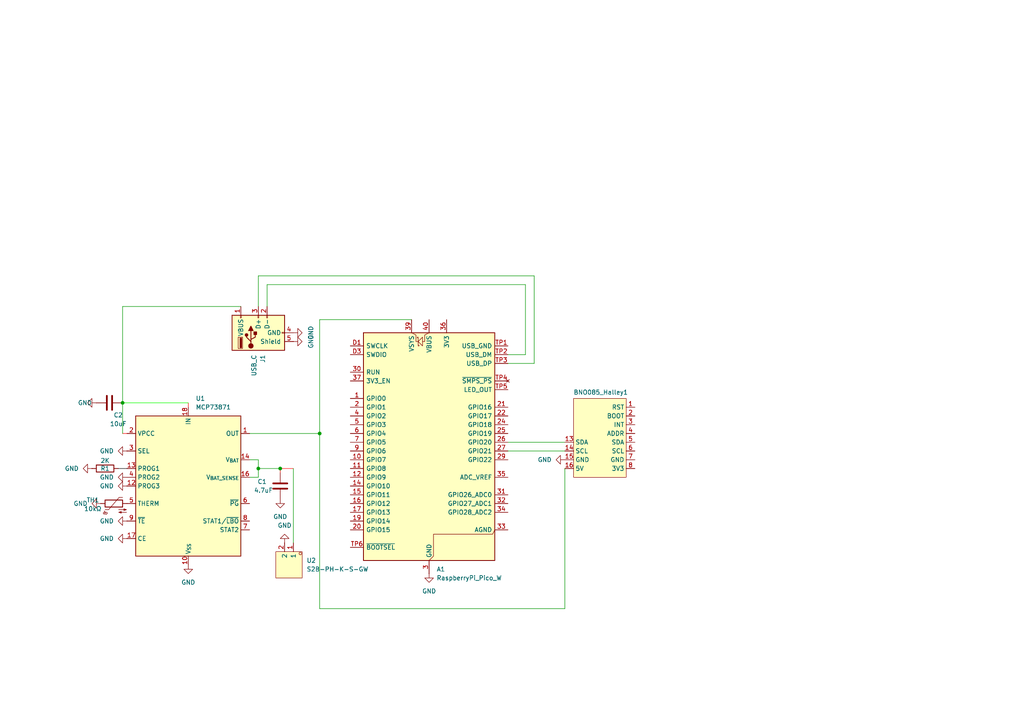
<source format=kicad_sch>
(kicad_sch (version 20250114) (generator "eeschema") (generator_version "9.0")
  (paper "A4")
  (lib_symbols
    (symbol "Battery_Management:MCP73871"
      (property "Reference" "U" (at -7.62 24.13 0))
      (property "Value" "MCP73871" (at -15.24 21.59 0))
      (symbol "MCP73871_0_1"
        (rectangle (start -15.24 20.32) (end 15.24 -20.32) (stroke (width 0.254)) (fill (type background)))
      )
      (symbol "MCP73871_1_1"
        (pin input line (at -17.78 15.24 0) (length 2.54) (name "VPCC") (number "2"))
        (pin input line (at -17.78 10.16 0) (length 2.54) (name "SEL") (number "3"))
        (pin bidirectional line (at -17.78 5.08 0) (length 2.54) (name "PROG1") (number "13"))
        (pin input line (at -17.78 2.54 0) (length 2.54) (name "PROG2") (number "4"))
        (pin bidirectional line (at -17.78 0 0) (length 2.54) (name "PROG3") (number "12"))
        (pin bidirectional line (at -17.78 -5.08 0) (length 2.54) (name "THERM") (number "5"))
        (pin input line (at -17.78 -10.16 0) (length 2.54) (name "~{TE}") (number "9"))
        (pin input line (at -17.78 -15.24 0) (length 2.54) (name "CE") (number "17"))
        (pin power_in line (at 0 22.86 270) (length 2.54) (name "IN") (number "18"))
        (pin passive line (at 0 22.86 270) (length 2.54) (hide yes) (name "IN") (number "19"))
        (pin power_in line (at 0 -22.86 90) (length 2.54) (name "V_{SS}") (number "10"))
        (pin passive line (at 0 -22.86 90) (length 2.54) (hide yes) (name "V_{SS}") (number "11"))
        (pin passive line (at 0 -22.86 90) (length 2.54) (hide yes) (name "V_{SS}") (number "21"))
        (pin power_out line (at 17.78 15.24 180) (length 2.54) (name "OUT") (number "1"))
        (pin passive line (at 17.78 15.24 180) (length 2.54) (hide yes) (name "OUT") (number "20"))
        (pin power_out line (at 17.78 7.62 180) (length 2.54) (name "V_{BAT}") (number "14"))
        (pin passive line (at 17.78 7.62 180) (length 2.54) (hide yes) (name "V_{BAT}") (number "15"))
        (pin input line (at 17.78 2.54 180) (length 2.54) (name "V_{BAT_SENSE}") (number "16"))
        (pin open_collector line (at 17.78 -5.08 180) (length 2.54) (name "~{PG}") (number "6"))
        (pin open_collector line (at 17.78 -10.16 180) (length 2.54) (name "STAT1/~{LBO}") (number "8"))
        (pin open_collector line (at 17.78 -12.7 180) (length 2.54) (name "STAT2") (number "7"))
      )
    )
    (symbol "Connector:USB_A" (pin_names (offset 1.016))
      (property "Reference" "J" (at -5.08 11.43 0))
      (property "Value" "USB_A" (at -5.08 8.89 0))
      (symbol "USB_A_0_1"
        (rectangle (start -5.08 -7.62) (end 5.08 7.62) (stroke (width 0.254)) (fill (type background)))
        (circle (center -3.81 2.159) (radius 0.635) (stroke (width 0.254)) (fill (type outline)))
        (polyline (pts (xy -3.175 2.159) (xy -2.54 2.159) (xy -1.27 3.429) (xy -0.635 3.429)) (stroke (width 0.254)))
        (polyline (pts (xy -2.54 2.159) (xy -1.905 2.159) (xy -1.27 0.889) (xy 0 0.889)) (stroke (width 0.254)))
        (rectangle (start -1.524 4.826) (end -4.318 5.334) (fill (type outline)))
        (rectangle (start -1.27 4.572) (end -4.572 5.842))
        (circle (center -0.635 3.429) (radius 0.381) (stroke (width 0.254)) (fill (type outline)))
        (rectangle (start -0.127 -7.62) (end 0.127 -6.858))
        (rectangle (start 0.254 1.27) (end -0.508 0.508) (stroke (width 0.254)) (fill (type outline)))
        (polyline (pts (xy 0.635 2.794) (xy 0.635 1.524) (xy 1.905 2.159) (xy 0.635 2.794)) (stroke (width 0.254)) (fill (type outline)))
        (rectangle (start 5.08 4.953) (end 4.318 5.207))
        (rectangle (start 5.08 -0.127) (end 4.318 0.127))
        (rectangle (start 5.08 -2.667) (end 4.318 -2.413))
      )
      (symbol "USB_A_1_1"
        (polyline (pts (xy -1.905 2.159) (xy 0.635 2.159)) (stroke (width 0.254)))
        (pin passive line (at -2.54 -10.16 90) (length 2.54) (name "Shield") (number "5"))
        (pin power_in line (at 0 -10.16 90) (length 2.54) (name "GND") (number "4"))
        (pin power_in line (at 7.62 5.08 180) (length 2.54) (name "VBUS") (number "1"))
        (pin bidirectional line (at 7.62 0 180) (length 2.54) (name "D+") (number "3"))
        (pin bidirectional line (at 7.62 -2.54 180) (length 2.54) (name "D-") (number "2"))
      )
    )
    (symbol "Device:C" (pin_numbers (hide yes)) (pin_names (offset 0.254))
      (property "Reference" "C" (at 0.635 2.54 0))
      (property "Value" "C" (at 0.635 -2.54 0))
      (symbol "C_0_1"
        (polyline (pts (xy -2.032 0.762) (xy 2.032 0.762)) (stroke (width 0.508)))
        (polyline (pts (xy -2.032 -0.762) (xy 2.032 -0.762)) (stroke (width 0.508)))
      )
      (symbol "C_1_1"
        (pin passive line (at 0 3.81 270) (length 2.794) (name "~") (number "1"))
        (pin passive line (at 0 -3.81 90) (length 2.794) (name "~") (number "2"))
      )
    )
    (symbol "Device:R" (pin_numbers (hide yes)) (pin_names (offset 0))
      (property "Reference" "R" (at 2.032 0 90))
      (property "Value" "R" (at 0 0 90))
      (symbol "R_0_1"
        (rectangle (start -1.016 -2.54) (end 1.016 2.54) (stroke (width 0.254)))
      )
      (symbol "R_1_1"
        (pin passive line (at 0 3.81 270) (length 1.27) (name "~") (number "1"))
        (pin passive line (at 0 -3.81 90) (length 1.27) (name "~") (number "2"))
      )
    )
    (symbol "Device:Thermistor_NTC" (pin_numbers (hide yes)) (pin_names (offset 0))
      (property "Reference" "TH" (at -4.445 0 90))
      (property "Value" "Thermistor_NTC" (at 3.175 0 90))
      (symbol "Thermistor_NTC_0_1"
        (arc (start -3.175 2.413) (mid -3.0506 2.3165) (end -3.048 2.159))
        (arc (start -3.048 2.794) (mid -2.9736 2.9736) (end -2.794 3.048))
        (arc (start -2.794 3.048) (mid -2.6144 2.9736) (end -2.54 2.794))
        (arc (start -2.794 2.54) (mid -2.9736 2.6144) (end -3.048 2.794))
        (arc (start -2.794 1.905) (mid -2.9736 1.9794) (end -3.048 2.159))
        (arc (start -2.54 2.159) (mid -2.6144 1.9794) (end -2.794 1.905))
        (arc (start -2.159 2.794) (mid -2.434 2.5608) (end -2.794 2.54))
        (polyline (pts (xy -2.54 2.159) (xy -2.54 2.794)))
        (polyline (pts (xy -2.54 -3.683) (xy -2.54 -1.397) (xy -2.794 -2.159) (xy -2.286 -2.159) (xy -2.54 -1.397) (xy -2.54 -1.651)) (fill (type outline)))
        (polyline (pts (xy -1.778 2.54) (xy -1.778 1.524) (xy 1.778 -1.524) (xy 1.778 -2.54)))
        (polyline (pts (xy -1.778 -1.397) (xy -1.778 -3.683) (xy -2.032 -2.921) (xy -1.524 -2.921) (xy -1.778 -3.683) (xy -1.778 -3.429)) (fill (type outline)))
        (rectangle (start -1.016 2.54) (end 1.016 -2.54) (stroke (width 0.254)))
      )
      (symbol "Thermistor_NTC_1_1"
        (pin passive line (at 0 3.81 270) (length 1.27) (name "~") (number "1"))
        (pin passive line (at 0 -3.81 90) (length 1.27) (name "~") (number "2"))
      )
    )
    (symbol "MCU_Module:RaspberryPi_Pico_W_Extensive" (pin_names (offset 0.762))
      (property "Reference" "A" (at -19.05 35.56 0))
      (property "Value" "RaspberryPi_Pico_W" (at 7.62 35.56 0))
      (symbol "RaspberryPi_Pico_W_Extensive_0_1"
        (rectangle (start -19.05 34.29) (end 19.05 -31.75) (stroke (width 0.254)) (fill (type background)))
        (polyline (pts (xy -5.08 34.29) (xy -3.81 33.655) (xy -3.81 31.75) (xy -3.175 31.75)))
        (polyline (pts (xy -3.429 32.766) (xy -3.429 33.02) (xy -3.175 33.02) (xy -3.175 30.48) (xy -2.921 30.48) (xy -2.921 30.734)))
        (polyline (pts (xy -3.175 31.75) (xy -1.905 33.02) (xy -1.905 30.48) (xy -3.175 31.75)))
        (polyline (pts (xy 0 34.29) (xy -1.27 33.655) (xy -1.27 31.75) (xy -1.905 31.75)))
        (polyline (pts (xy 0 -31.75) (xy 1.27 -30.48) (xy 1.27 -24.13) (xy 18.415 -24.13) (xy 19.05 -22.86)))
      )
      (symbol "RaspberryPi_Pico_W_Extensive_1_1"
        (pin input line (at -22.86 30.48 0) (length 3.81) (name "SWCLK") (number "D1"))
        (pin bidirectional line (at -22.86 27.94 0) (length 3.81) (name "SWDIO") (number "D3"))
        (pin passive line (at -22.86 22.86 0) (length 3.81) (name "RUN") (number "30"))
        (pin passive line (at -22.86 20.32 0) (length 3.81) (name "3V3_EN") (number "37"))
        (pin bidirectional line (at -22.86 15.24 0) (length 3.81) (name "GPIO0") (number "1"))
        (pin bidirectional line (at -22.86 12.7 0) (length 3.81) (name "GPIO1") (number "2"))
        (pin bidirectional line (at -22.86 10.16 0) (length 3.81) (name "GPIO2") (number "4"))
        (pin bidirectional line (at -22.86 7.62 0) (length 3.81) (name "GPIO3") (number "5"))
        (pin bidirectional line (at -22.86 5.08 0) (length 3.81) (name "GPIO4") (number "6"))
        (pin bidirectional line (at -22.86 2.54 0) (length 3.81) (name "GPIO5") (number "7"))
        (pin bidirectional line (at -22.86 0 0) (length 3.81) (name "GPIO6") (number "9"))
        (pin bidirectional line (at -22.86 -2.54 0) (length 3.81) (name "GPIO7") (number "10"))
        (pin bidirectional line (at -22.86 -5.08 0) (length 3.81) (name "GPIO8") (number "11"))
        (pin bidirectional line (at -22.86 -7.62 0) (length 3.81) (name "GPIO9") (number "12"))
        (pin bidirectional line (at -22.86 -10.16 0) (length 3.81) (name "GPIO10") (number "14"))
        (pin bidirectional line (at -22.86 -12.7 0) (length 3.81) (name "GPIO11") (number "15"))
        (pin bidirectional line (at -22.86 -15.24 0) (length 3.81) (name "GPIO12") (number "16"))
        (pin bidirectional line (at -22.86 -17.78 0) (length 3.81) (name "GPIO13") (number "17"))
        (pin bidirectional line (at -22.86 -20.32 0) (length 3.81) (name "GPIO14") (number "19"))
        (pin bidirectional line (at -22.86 -22.86 0) (length 3.81) (name "GPIO15") (number "20"))
        (pin input line (at -22.86 -27.94 0) (length 3.81) (name "~{BOOTSEL}") (number "TP6"))
        (pin power_in line (at -5.08 38.1 270) (length 3.81) (name "VSYS") (number "39"))
        (pin power_out line (at 0 38.1 270) (length 3.81) (name "VBUS") (number "40"))
        (pin passive line (at 0 -35.56 90) (length 3.81) (hide yes) (name "GND") (number "13"))
        (pin passive line (at 0 -35.56 90) (length 3.81) (hide yes) (name "GND") (number "18"))
        (pin passive line (at 0 -35.56 90) (length 3.81) (hide yes) (name "GND") (number "23"))
        (pin passive line (at 0 -35.56 90) (length 3.81) (hide yes) (name "GND") (number "28"))
        (pin power_out line (at 0 -35.56 90) (length 3.81) (name "GND") (number "3"))
        (pin passive line (at 0 -35.56 90) (length 3.81) (hide yes) (name "GND") (number "38"))
        (pin passive line (at 0 -35.56 90) (length 3.81) (hide yes) (name "GND") (number "8"))
        (pin passive line (at 0 -35.56 90) (length 3.81) (hide yes) (name "GND") (number "D2"))
        (pin power_out line (at 5.08 38.1 270) (length 3.81) (name "3V3") (number "36"))
        (pin power_out line (at 22.86 30.48 180) (length 3.81) (name "USB_GND") (number "TP1"))
        (pin bidirectional line (at 22.86 27.94 180) (length 3.81) (name "USB_DM") (number "TP2"))
        (pin bidirectional line (at 22.86 25.4 180) (length 3.81) (name "USB_DP") (number "TP3"))
        (pin no_connect line (at 22.86 20.32 180) (length 3.81) (name "~{SMPS_PS}") (number "TP4"))
        (pin output line (at 22.86 17.78 180) (length 3.81) (name "LED_OUT") (number "TP5"))
        (pin bidirectional line (at 22.86 12.7 180) (length 3.81) (name "GPIO16") (number "21"))
        (pin bidirectional line (at 22.86 10.16 180) (length 3.81) (name "GPIO17") (number "22"))
        (pin bidirectional line (at 22.86 7.62 180) (length 3.81) (name "GPIO18") (number "24"))
        (pin bidirectional line (at 22.86 5.08 180) (length 3.81) (name "GPIO19") (number "25"))
        (pin bidirectional line (at 22.86 2.54 180) (length 3.81) (name "GPIO20") (number "26"))
        (pin bidirectional line (at 22.86 0 180) (length 3.81) (name "GPIO21") (number "27"))
        (pin bidirectional line (at 22.86 -2.54 180) (length 3.81) (name "GPIO22") (number "29"))
        (pin power_in line (at 22.86 -7.62 180) (length 3.81) (name "ADC_VREF") (number "35"))
        (pin bidirectional line (at 22.86 -12.7 180) (length 3.81) (name "GPIO26_ADC0") (number "31"))
        (pin bidirectional line (at 22.86 -15.24 180) (length 3.81) (name "GPIO27_ADC1") (number "32"))
        (pin bidirectional line (at 22.86 -17.78 180) (length 3.81) (name "GPIO28_ADC2") (number "34"))
        (pin power_out line (at 22.86 -22.86 180) (length 3.81) (name "AGND") (number "33"))
      )
    )
    (symbol "PCM_JLCPCB_Connectors:S2B-PH-K-S-GW"
      (property "Reference" "U" (at 0 6.35 0))
      (property "Value" "S2B-PH-K-S-GW" (at 0 -6.35 0))
      (symbol "S2B-PH-K-S-GW_0_1"
        (rectangle (start -2.54 3.81) (end 5.08 -3.81) (fill (type background)))
        (circle (center -2.03 3.3) (radius 0.38))
        (pin unspecified line (at -5.08 1.27 0) (length 2.54) (name "1") (number "1"))
        (pin unspecified line (at -5.08 -1.27 0) (length 2.54) (name "2") (number "2"))
      )
    )
    (symbol "Project_Symbols:BNO085_Halley"
      (property "Reference" "BNO085_Halley1" (at 0.254 18.288 0))
      (symbol "BNO085_Halley_1_1"
        (rectangle (start -7.62 16.51) (end 7.62 -6.35) (fill (type background)))
        (pin input line (at -10.16 3.81 0) (length 2.54) (name "SDA") (number "13"))
        (pin input line (at -10.16 1.27 0) (length 2.54) (name "SCL") (number "14"))
        (pin input line (at -10.16 -1.27 0) (length 2.54) (name "GND") (number "15"))
        (pin input line (at -10.16 -3.81 0) (length 2.54) (name "5V") (number "16"))
        (pin input line (at 10.16 13.97 180) (length 2.54) (name "RST") (number "1"))
        (pin input line (at 10.16 11.43 180) (length 2.54) (name "BOOT") (number "2"))
        (pin input line (at 10.16 8.89 180) (length 2.54) (name "INT") (number "3"))
        (pin input line (at 10.16 6.35 180) (length 2.54) (name "ADDR") (number "4"))
        (pin input line (at 10.16 3.81 180) (length 2.54) (name "SDA") (number "5"))
        (pin input line (at 10.16 1.27 180) (length 2.54) (name "SCL") (number "6"))
        (pin input line (at 10.16 -1.27 180) (length 2.54) (name "GND") (number "7"))
        (pin input line (at 10.16 -3.81 180) (length 2.54) (name "3V3") (number "8"))
      )
    )
    (symbol "power:GND" (power) (pin_numbers (hide yes)) (pin_names (offset 0) (hide yes))
      (property "Value" "GND" (at 0 -3.81 0))
      (symbol "GND_0_1"
        (polyline (pts (xy 0 0) (xy 0 -1.27) (xy 1.27 -1.27) (xy 0 -2.54) (xy -1.27 -1.27) (xy 0 -1.27)))
      )
      (symbol "GND_1_1"
        (pin power_in line (at 0 0 270) (length 0) (name "~") (number "1"))
      )
    )
  )
  (junction (at 74.93 135.89))
  (junction (at 92.71 125.73))
  (junction (at 81.28 135.89))
  (junction (at 35.56 116.84))
  (wire (pts (xy 35.56 125.73) (xy 36.83 125.73)) (stroke (width 0) (color 255 0 0 1)))
  (wire (pts (xy 163.83 176.53) (xy 92.71 176.53)))
  (wire (pts (xy 34.29 135.89) (xy 36.83 135.89)) (stroke (width 0) (color 0 0 0 1)))
  (wire (pts (xy 147.32 130.81) (xy 163.83 130.81)))
  (wire (pts (xy 81.28 135.89) (xy 81.28 137.16)) (stroke (width 0) (color 255 0 0 1)))
  (wire (pts (xy 74.93 135.89) (xy 81.28 135.89)))
  (wire (pts (xy 72.39 138.43) (xy 74.93 138.43)))
  (wire (pts (xy 163.83 135.89) (xy 163.83 176.53)))
  (wire (pts (xy 77.47 88.9) (xy 77.47 82.55)))
  (wire (pts (xy 147.32 128.27) (xy 163.83 128.27)))
  (wire (pts (xy 54.61 116.84) (xy 54.61 118.11)) (stroke (width 0) (color 255 0 0 1)))
  (wire (pts (xy 74.93 138.43) (xy 74.93 135.89)))
  (wire (pts (xy 119.38 92.71) (xy 92.71 92.71)))
  (wire (pts (xy 154.94 105.41) (xy 147.32 105.41)))
  (wire (pts (xy 152.4 102.87) (xy 147.32 102.87)))
  (wire (pts (xy 74.93 80.01) (xy 154.94 80.01)))
  (wire (pts (xy 74.93 88.9) (xy 74.93 80.01)))
  (wire (pts (xy 74.93 135.89) (xy 74.93 133.35)))
  (wire (pts (xy 154.94 80.01) (xy 154.94 105.41)))
  (wire (pts (xy 92.71 176.53) (xy 92.71 125.73)))
  (wire (pts (xy 35.56 116.84) (xy 35.56 125.73)))
  (wire (pts (xy 69.85 88.9) (xy 35.56 88.9)))
  (wire (pts (xy 77.47 82.55) (xy 152.4 82.55)))
  (wire (pts (xy 92.71 125.73) (xy 72.39 125.73)))
  (wire (pts (xy 81.28 135.89) (xy 85.09 135.89)) (stroke (width 0) (color 255 0 0 1)))
  (wire (pts (xy 72.39 133.35) (xy 74.93 133.35)))
  (wire (pts (xy 92.71 92.71) (xy 92.71 125.73)))
  (wire (pts (xy 152.4 82.55) (xy 152.4 102.87)))
  (wire (pts (xy 85.09 135.89) (xy 85.09 157.48)))
  (wire (pts (xy 35.56 116.84) (xy 54.61 116.84)) (stroke (width 0) (color 12 255 0 1)))
  (wire (pts (xy 35.56 88.9) (xy 35.56 116.84)))
  (symbol (lib_id "power:GND") (at 36.83 151.13 270) (unit 1)
    (property "Reference" "#PWR03" (effects (hide yes)))
    (property "Value" "GND" (at 33.02 151.1299 90) (effects (justify right)))
    (property "Description" "Power symbol creates a global label with name \"GND\" , ground" (effects (hide yes)))
  )
  (symbol (lib_id "power:GND") (at 54.61 163.83 0) (unit 1)
    (property "Reference" "#PWR07" (effects (hide yes)))
    (property "Value" "GND" (at 54.61 168.91 0))
    (property "Description" "Power symbol creates a global label with name \"GND\" , ground" (effects (hide yes)))
  )
  (symbol (lib_id "power:GND") (at 26.67 135.89 270) (unit 1)
    (property "Reference" "#PWR010" (effects (hide yes)))
    (property "Value" "GND" (at 22.86 135.8899 90) (effects (justify right)))
    (property "Description" "Power symbol creates a global label with name \"GND\" , ground" (effects (hide yes)))
  )
  (symbol (lib_id "power:GND") (at 27.94 116.84 270) (unit 1)
    (property "Reference" "#PWR012" (effects (hide yes)))
    (property "Value" "GND" (at 26.67 116.8399 90) (effects (justify right)))
    (property "Description" "Power symbol creates a global label with name \"GND\" , ground" (effects (hide yes)))
  )
  (symbol (lib_id "power:GND") (at 82.55 157.48 180) (unit 1)
    (property "Reference" "#PWR09" (effects (hide yes)))
    (property "Value" "GND" (at 82.55 152.4 0))
    (property "Description" "Power symbol creates a global label with name \"GND\" , ground" (effects (hide yes)))
  )
  (symbol (lib_id "Battery_Management:MCP73871") (at 54.61 140.97 0) (unit 1)
    (property "Reference" "U1" (at 56.7533 115.57 0) (effects (justify left)))
    (property "Value" "MCP73871" (at 56.7533 118.11 0) (effects (justify left)))
    (property "Footprint" "Package_DFN_QFN:QFN-20-1EP_4x4mm_P0.5mm_EP2.5x2.5mm" (effects (hide yes)))
    (property "Datasheet" "http://www.mouser.com/ds/2/268/22090a-52174.pdf" (effects (hide yes)))
    (property "Description" "Single cell, Li-Ion/Li-Po charge management controller" (effects (hide yes)))
  )
  (symbol (lib_id "Device:Thermistor_NTC") (at 33.02 146.05 90) (unit 1)
    (property "Reference" "TH1" (at 26.924 145.034 90))
    (property "Value" "10kΩ" (at 26.924 147.574 90))
    (property "Footprint" "Resistor_SMD:R_0402_1005Metric" (effects (hide yes)))
    (property "Description" "Temperature dependent resistor, negative temperature coefficient" (effects (hide yes)))
  )
  (symbol (lib_id "MCU_Module:RaspberryPi_Pico_W_Extensive") (at 124.46 130.81 0) (unit 1)
    (property "Reference" "A1" (at 126.6033 165.1 0) (effects (justify left)))
    (property "Value" "RaspberryPi_Pico_W" (at 126.6033 167.64 0) (effects (justify left)))
    (property "Footprint" "Module:RaspberryPi_Pico_W_SMD" (effects (hide yes)))
    (property "Datasheet" "https://datasheets.raspberrypi.com/picow/pico-w-datasheet.pdf" (effects (hide yes)))
    (property "Description" "Versatile and inexpensive wireless microcontroller module (with full pinout for test point and debug connections) powered by RP2040 dual-core Arm Cortex-M0+ processor up to 133 MHz, 264kB SRAM, 2MB QSPI flash, Infineon CYW43439 2.4GHz 802.11n wireless LAN; also supports Raspberry Pi Pico 2 W" (effects (hide yes)))
  )
  (symbol (lib_id "Device:R") (at 30.48 135.89 90) (unit 1)
    (property "Reference" "R1" (at 30.48 135.89 90))
    (property "Value" "2K" (at 30.48 133.604 90))
    (property "Footprint" "Resistor_SMD:R_0201_0603Metric" (effects (hide yes)))
    (property "Description" "Resistor" (effects (hide yes)))
  )
  (symbol (lib_id "power:GND") (at 36.83 138.43 270) (unit 1)
    (property "Reference" "#PWR06" (effects (hide yes)))
    (property "Value" "GND" (at 33.02 138.4299 90) (effects (justify right)))
    (property "Description" "Power symbol creates a global label with name \"GND\" , ground" (effects (hide yes)))
  )
  (symbol (lib_id "power:GND") (at 81.28 144.78 0) (unit 1)
    (property "Reference" "#PWR08" (effects (hide yes)))
    (property "Value" "GND" (at 81.28 149.86 0))
    (property "Description" "Power symbol creates a global label with name \"GND\" , ground" (effects (hide yes)))
  )
  (symbol (lib_id "power:GND") (at 36.83 156.21 270) (unit 1)
    (property "Reference" "#PWR02" (effects (hide yes)))
    (property "Value" "GND" (at 33.02 156.2099 90) (effects (justify right)))
    (property "Description" "Power symbol creates a global label with name \"GND\" , ground" (effects (hide yes)))
  )
  (symbol (lib_id "Connector:USB_A") (at 74.93 96.52 90) (unit 1)
    (property "Reference" "J1" (at 76.2001 102.87 0) (effects (justify right)))
    (property "Value" "USB_C" (at 73.6601 102.87 0) (effects (justify right)))
    (property "Footprint" "Project_Footprints:HRO-TYPE-C-31-M-12" (effects (hide yes)))
    (property "Description" "USB Type A connector" (effects (hide yes)))
  )
  (symbol (lib_id "Device:C") (at 81.28 140.97 0) (unit 1)
    (property "Reference" "C1" (at 74.676 139.7 0) (effects (justify left)))
    (property "Value" "4.7uF" (at 73.66 142.24 0) (effects (justify left)))
    (property "Footprint" "Capacitor_SMD:C_0805_2012Metric" (effects (hide yes)))
    (property "Description" "Unpolarized capacitor" (effects (hide yes)))
  )
  (symbol (lib_id "power:GND") (at 36.83 130.81 270) (unit 1)
    (property "Reference" "#PWR011" (effects (hide yes)))
    (property "Value" "GND" (at 33.02 130.8099 90) (effects (justify right)))
    (property "Description" "Power symbol creates a global label with name \"GND\" , ground" (effects (hide yes)))
  )
  (symbol (lib_id "Project_Symbols:BNO085_Halley") (at 173.99 132.08 0) (unit 1)
    (property "Reference" "BNO085_Halley1" (at 174.244 113.792 0))
    (property "Footprint" "Project_Footprints:BNO085 Halley" (effects (hide yes)))
  )
  (symbol (lib_id "power:GND") (at 85.09 96.52 90) (unit 1)
    (property "Reference" "#PWR013" (effects (hide yes)))
    (property "Value" "GND" (at 90.17 96.52 0))
    (property "Description" "Power symbol creates a global label with name \"GND\" , ground" (effects (hide yes)))
  )
  (symbol (lib_id "power:GND") (at 29.21 146.05 270) (unit 1)
    (property "Reference" "#PWR04" (effects (hide yes)))
    (property "Value" "GND" (at 25.4 146.0499 90) (effects (justify right)))
    (property "Description" "Power symbol creates a global label with name \"GND\" , ground" (effects (hide yes)))
  )
  (symbol (lib_id "Device:C") (at 31.75 116.84 90) (unit 1)
    (property "Reference" "C2" (at 34.29 120.396 90))
    (property "Value" "10uF" (at 34.29 122.936 90))
    (property "Footprint" "Capacitor_SMD:C_0805_2012Metric" (effects (hide yes)))
    (property "Description" "Unpolarized capacitor" (effects (hide yes)))
  )
  (symbol (lib_id "power:GND") (at 124.46 166.37 0) (unit 1)
    (property "Reference" "#PWR01" (effects (hide yes)))
    (property "Value" "GND" (at 124.46 171.45 0))
    (property "Description" "Power symbol creates a global label with name \"GND\" , ground" (effects (hide yes)))
  )
  (symbol (lib_id "power:GND") (at 163.83 133.35 270) (unit 1)
    (property "Reference" "#PWR015" (effects (hide yes)))
    (property "Value" "GND" (at 160.02 133.3499 90) (effects (justify right)))
    (property "Description" "Power symbol creates a global label with name \"GND\" , ground" (effects (hide yes)))
  )
  (symbol (lib_id "power:GND") (at 85.09 99.06 90) (unit 1)
    (property "Reference" "#PWR014" (effects (hide yes)))
    (property "Value" "GND" (at 90.17 99.06 0))
    (property "Description" "Power symbol creates a global label with name \"GND\" , ground" (effects (hide yes)))
  )
  (symbol (lib_id "PCM_JLCPCB_Connectors:S2B-PH-K-S-GW") (at 83.82 162.56 270) (unit 1)
    (property "Reference" "U2" (at 88.9 162.5599 90) (effects (justify left)))
    (property "Value" "S2B-PH-K-S-GW" (at 88.9 165.0999 90) (effects (justify left)))
    (property "Footprint" "PCM_JLCPCB_Connectors:CONN-TH_S2B-PH-K-S-GW" (effects (hide yes)))
    (property "Datasheet" "https://lcsc.com/product-detail/PH-Connectors_JST_S2B-PH-K-S-GW_PHsocket-1-2P-Curved-needle-pitch2mm_C157932.html" (effects (hide yes)))
    (property "LCSC Part" "C157932" (effects (hide yes)))
  )
  (symbol (lib_id "power:GND") (at 36.83 140.97 270) (unit 1)
    (property "Reference" "#PWR05" (effects (hide yes)))
    (property "Value" "GND" (at 33.02 140.9699 90) (effects (justify right)))
    (property "Description" "Power symbol creates a global label with name \"GND\" , ground" (effects (hide yes)))
  )
)
</source>
